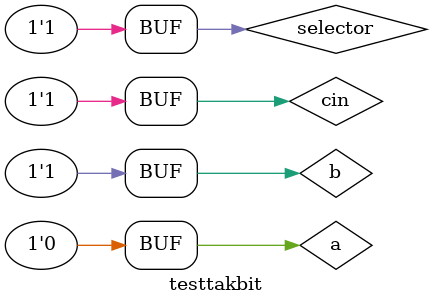
<source format=v>
`timescale 1ns / 1ps


module testtakbit;

	// Inputs
	reg a;
	reg b;
	reg cin;
	reg selector;

	// Outputs
	wire sum;
	wire cout;

	// Instantiate the Unit Under Test (UUT)
	FulladderSelec uut (
		.a(a), 
		.b(b), 
		.cin(cin), 
		.selector(selector), 
		.sum(sum), 
		.cout(cout)
	);

	initial begin
		// Initialize Inputs
		a = 1;
		b = 0;
		cin = 0;
		selector = 0;

		#100;
        
		a = 0;
		b = 1;
		cin = 0;
		selector = 0;

		#100;
        a = 1;
		b = 1;
		cin = 1;
		selector = 1;

		#100;
        a = 1;
		b = 1;
		cin = 0;
		selector = 0;

		#100;
        a = 0;
		b = 1;
		cin = 1;
		selector = 1;

		#100;
        
	end
      
endmodule


</source>
